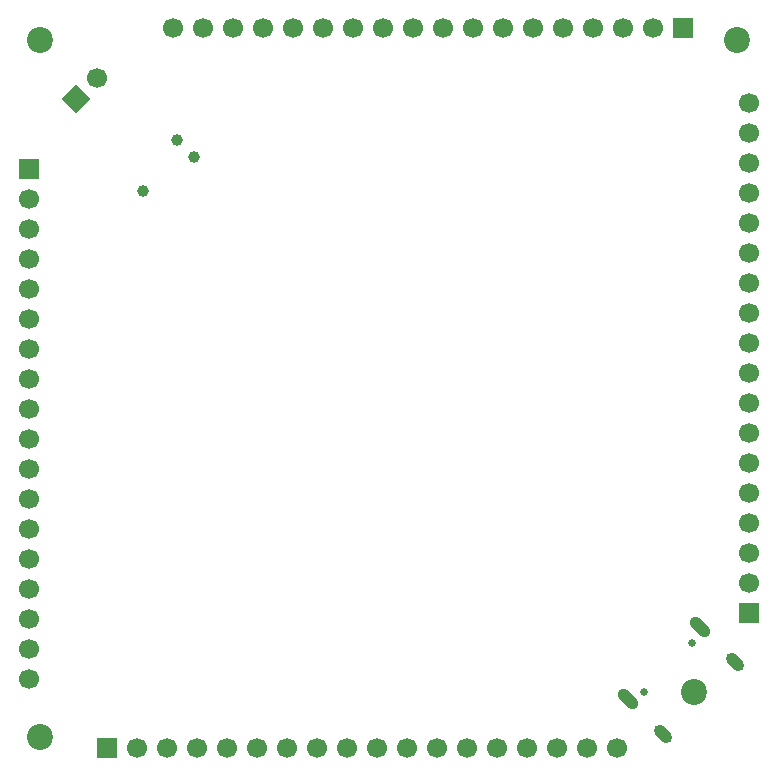
<source format=gbr>
%TF.GenerationSoftware,KiCad,Pcbnew,9.0.6*%
%TF.CreationDate,2026-01-02T14:20:19-05:00*%
%TF.ProjectId,plimsoll,706c696d-736f-46c6-9c2e-6b696361645f,rev?*%
%TF.SameCoordinates,Original*%
%TF.FileFunction,Soldermask,Bot*%
%TF.FilePolarity,Negative*%
%FSLAX46Y46*%
G04 Gerber Fmt 4.6, Leading zero omitted, Abs format (unit mm)*
G04 Created by KiCad (PCBNEW 9.0.6) date 2026-01-02 14:20:19*
%MOMM*%
%LPD*%
G01*
G04 APERTURE LIST*
G04 Aperture macros list*
%AMHorizOval*
0 Thick line with rounded ends*
0 $1 width*
0 $2 $3 position (X,Y) of the first rounded end (center of the circle)*
0 $4 $5 position (X,Y) of the second rounded end (center of the circle)*
0 Add line between two ends*
20,1,$1,$2,$3,$4,$5,0*
0 Add two circle primitives to create the rounded ends*
1,1,$1,$2,$3*
1,1,$1,$4,$5*%
%AMRotRect*
0 Rectangle, with rotation*
0 The origin of the aperture is its center*
0 $1 length*
0 $2 width*
0 $3 Rotation angle, in degrees counterclockwise*
0 Add horizontal line*
21,1,$1,$2,0,0,$3*%
G04 Aperture macros list end*
%ADD10HorizOval,1.000000X-0.282843X0.282843X0.282843X-0.282843X0*%
%ADD11HorizOval,1.000000X-0.388909X0.388909X0.388909X-0.388909X0*%
%ADD12C,0.650000*%
%ADD13R,1.700000X1.700000*%
%ADD14C,1.700000*%
%ADD15RotRect,1.700000X1.700000X135.000000*%
%ADD16C,0.990600*%
%ADD17C,2.200000*%
G04 APERTURE END LIST*
D10*
%TO.C,J2*%
X118814841Y-132705438D03*
D11*
X115844993Y-129735590D03*
D10*
X112705438Y-138814841D03*
D11*
X109735590Y-135844993D03*
D12*
X115201525Y-131114448D03*
X111114448Y-135201525D03*
%TD*%
D13*
%TO.C,J3*%
X59000000Y-90980000D03*
D14*
X59000000Y-93520000D03*
X59000000Y-96060000D03*
X59000000Y-98600000D03*
X59000000Y-101140000D03*
X59000000Y-103680000D03*
X59000000Y-106220000D03*
X59000000Y-108760000D03*
X59000000Y-111300000D03*
X59000000Y-113840000D03*
X59000000Y-116380000D03*
X59000000Y-118920000D03*
X59000000Y-121460000D03*
X59000000Y-124000000D03*
X59000000Y-126540000D03*
X59000000Y-129080000D03*
X59000000Y-131620000D03*
X59000000Y-134160000D03*
%TD*%
%TO.C,J7*%
X71220000Y-79000000D03*
X73760000Y-79000000D03*
X76300000Y-79000000D03*
X78840000Y-79000000D03*
X81380000Y-79000000D03*
X83920000Y-79000000D03*
X86460000Y-79000000D03*
X89000000Y-79000000D03*
X91540000Y-79000000D03*
X94080000Y-79000000D03*
X96620000Y-79000000D03*
X99160000Y-79000000D03*
X101700000Y-79000000D03*
X104240000Y-79000000D03*
X106780000Y-79000000D03*
X109320000Y-79000000D03*
X111860000Y-79000000D03*
D13*
X114400000Y-79000000D03*
%TD*%
%TO.C,J6*%
X120000000Y-128540000D03*
D14*
X120000000Y-126000000D03*
X120000000Y-123460000D03*
X120000000Y-120920000D03*
X120000000Y-118380000D03*
X120000000Y-115840000D03*
X120000000Y-113300000D03*
X120000000Y-110760000D03*
X120000000Y-108220000D03*
X120000000Y-105680000D03*
X120000000Y-103140000D03*
X120000000Y-100600000D03*
X120000000Y-98060000D03*
X120000000Y-95520000D03*
X120000000Y-92980000D03*
X120000000Y-90440000D03*
X120000000Y-87900000D03*
X120000000Y-85360000D03*
%TD*%
D13*
%TO.C,J5*%
X65600000Y-140000000D03*
D14*
X68140000Y-140000000D03*
X70680000Y-140000000D03*
X73220000Y-140000000D03*
X75760000Y-140000000D03*
X78300000Y-140000000D03*
X80840000Y-140000000D03*
X83380000Y-140000000D03*
X85920000Y-140000000D03*
X88460000Y-140000000D03*
X91000000Y-140000000D03*
X93540000Y-140000000D03*
X96080000Y-140000000D03*
X98620000Y-140000000D03*
X101160000Y-140000000D03*
X103700000Y-140000000D03*
X106240000Y-140000000D03*
X108780000Y-140000000D03*
%TD*%
%TO.C,J4*%
X64796051Y-83203949D03*
D15*
X63000000Y-85000000D03*
%TD*%
D16*
%TO.C,J1*%
X72974472Y-89906369D03*
X71537631Y-88469528D03*
X68663949Y-92780051D03*
%TD*%
D17*
%TO.C,H4*%
X115300000Y-135200000D03*
%TD*%
%TO.C,H3*%
X60000000Y-139000000D03*
%TD*%
%TO.C,H2*%
X119000000Y-80000000D03*
%TD*%
%TO.C,H1*%
X60000000Y-80000000D03*
%TD*%
M02*

</source>
